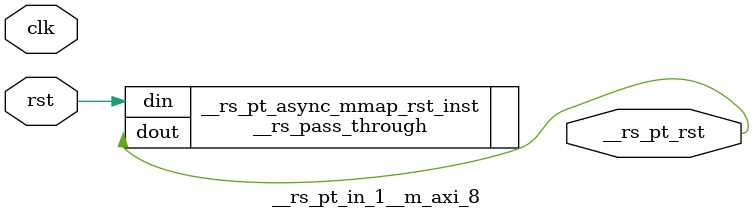
<source format=v>
`timescale 1 ns / 1 ps
/**   Generated by RapidStream   **/
module __rs_pt_in_1__m_axi_8 #(
    parameter BufferSize         = 32,
    parameter BufferSizeLog      = 5,
    parameter AddrWidth          = 64,
    parameter AxiSideAddrWidth   = 64,
    parameter DataWidth          = 512,
    parameter DataWidthBytesLog  = 6,
    parameter WaitTimeWidth      = 4,
    parameter BurstLenWidth      = 8,
    parameter EnableReadChannel  = 1,
    parameter EnableWriteChannel = 1,
    parameter MaxWaitTime        = 3,
    parameter MaxBurstLen        = 15
) (
    output wire __rs_pt_rst,
    input wire  clk,
    input wire  rst
);




__rs_pass_through #(
    .WIDTH (1)
) __rs_pt_async_mmap_rst_inst /**   Generated by RapidStream   **/ (
    .din  (rst),
    .dout (__rs_pt_rst)
);

endmodule  // __rs_pt_in_1__m_axi_8
</source>
